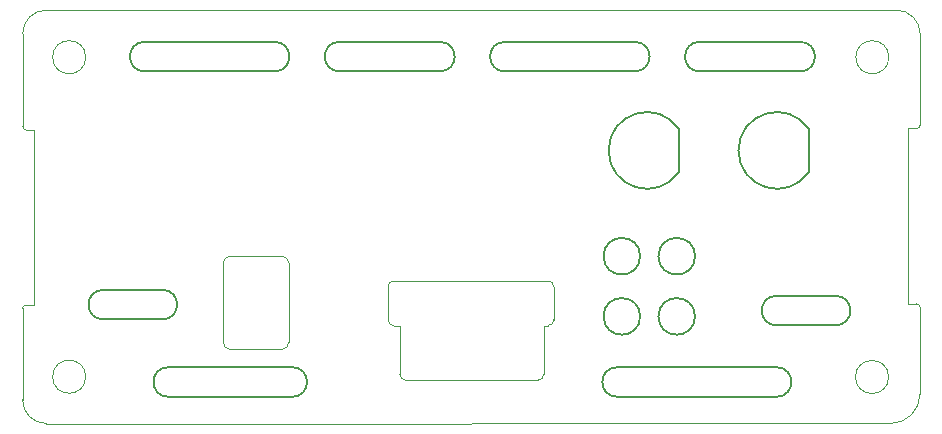
<source format=gko>
G04 #@! TF.GenerationSoftware,KiCad,Pcbnew,(2017-06-07 revision 51bed4bae)-makepkg*
G04 #@! TF.CreationDate,2017-06-10T23:55:19+02:00*
G04 #@! TF.ProjectId,Rear_Panel_76x35,526561725F50616E656C5F3736783335,rev?*
G04 #@! TF.FileFunction,Profile,NP*
%FSLAX46Y46*%
G04 Gerber Fmt 4.6, Leading zero omitted, Abs format (unit mm)*
G04 Created by KiCad (PCBNEW (2017-06-07 revision 51bed4bae)-makepkg) date 06/10/17 23:55:19*
%MOMM*%
%LPD*%
G01*
G04 APERTURE LIST*
%ADD10C,0.150000*%
%ADD11C,0.020000*%
%ADD12C,0.170000*%
%ADD13C,0.100000*%
G04 APERTURE END LIST*
D10*
D11*
X-14701Y-33043371D02*
G75*
G03X1985299Y-35043371I2000000J0D01*
G01*
X75975299Y-2043371D02*
G75*
G03X73975299Y-43371I-2000000J0D01*
G01*
X1985298Y-43371D02*
G75*
G03X-14701Y-2043372I1J-2000000D01*
G01*
X5330299Y-4028371D02*
G75*
G03X5330299Y-4028371I-1400000J0D01*
G01*
X5330299Y-31078371D02*
G75*
G03X5330299Y-31078371I-1400000J0D01*
G01*
X75975299Y-25203371D02*
G75*
G03X75675299Y-24903371I-300000J0D01*
G01*
X75675299Y-10063371D02*
G75*
G03X75975299Y-9763371I0J300000D01*
G01*
X-14701Y-9863371D02*
G75*
G03X285299Y-10163371I300000J0D01*
G01*
X285299Y-25003371D02*
G75*
G03X-14701Y-25303371I0J-300000D01*
G01*
X-14701Y-2043371D02*
X-14701Y-9863371D01*
X-14701Y-25303371D02*
X-14701Y-33043371D01*
X75975299Y-25203371D02*
X75975299Y-32543371D01*
X75975299Y-2043371D02*
X75975299Y-9763371D01*
X74985298Y-10063371D02*
X75675299Y-10063371D01*
X74985299Y-24903371D02*
X74985298Y-10063371D01*
X74985299Y-24903371D02*
X75675299Y-24903371D01*
X975299Y-10163371D02*
X975299Y-25003371D01*
X975299Y-10163371D02*
X285299Y-10163371D01*
X975299Y-25003371D02*
X285299Y-25003371D01*
X73330299Y-4028371D02*
G75*
G03X73330299Y-4028371I-1400000J0D01*
G01*
X75975299Y-32543371D02*
G75*
G02X73485299Y-35033371I-2490000J0D01*
G01*
X73485299Y-35033371D02*
X1985299Y-35043371D01*
X1985299Y-43371D02*
X73975299Y-43371D01*
D12*
X65821300Y-5226531D02*
G75*
G03X65821300Y-2726531I0J1250000D01*
G01*
X51821300Y-5226531D02*
G75*
G03X51821300Y-2726531I0J1250000D01*
G01*
X35321300Y-5226531D02*
G75*
G03X35321300Y-2726531I0J1250000D01*
G01*
X21321300Y-5226531D02*
G75*
G03X21321300Y-2726531I0J1250000D01*
G01*
X11821300Y-26226531D02*
G75*
G03X11821300Y-23726531I0J1250000D01*
G01*
X22821300Y-32776531D02*
G75*
G03X22821300Y-30276531I0J1250000D01*
G01*
X63821300Y-32776531D02*
G75*
G03X63821300Y-30276531I0J1250000D01*
G01*
X57321300Y-2726531D02*
G75*
G03X57321300Y-5226531I0J-1250000D01*
G01*
X40821300Y-2726531D02*
G75*
G03X40821300Y-5226531I0J-1250000D01*
G01*
X26821300Y-2726531D02*
G75*
G03X26821300Y-5226531I0J-1250000D01*
G01*
X10321300Y-2726531D02*
G75*
G03X10321300Y-5226531I0J-1250000D01*
G01*
X6821300Y-23726531D02*
G75*
G03X6821300Y-26226531I0J-1250000D01*
G01*
X12321300Y-30276531D02*
G75*
G03X12321300Y-32776531I0J-1250000D01*
G01*
X50321300Y-30276531D02*
G75*
G03X50321300Y-32776531I0J-1250000D01*
G01*
X63821300Y-24226531D02*
G75*
G03X63821300Y-26726531I0J-1250000D01*
G01*
X65821300Y-5226531D02*
X57321300Y-5226531D01*
X40821300Y-2726531D02*
X51821300Y-2726531D01*
X51821300Y-5226531D02*
X40821300Y-5226531D01*
X57321300Y-2726531D02*
X65821300Y-2726531D01*
X22821300Y-30276531D02*
X12321300Y-30276531D01*
X12321300Y-32776531D02*
X22821300Y-32776531D01*
X10321300Y-2726531D02*
X21321300Y-2726531D01*
X21321300Y-5226531D02*
X10321300Y-5226531D01*
X35321300Y-5226531D02*
X26821300Y-5226531D01*
X26821300Y-2726531D02*
X35321300Y-2726531D01*
X11821300Y-23726531D02*
X6821300Y-23726531D01*
X11821300Y-26226531D02*
X11821300Y-26226531D01*
X6821300Y-26226531D02*
X11821300Y-26226531D01*
X50321300Y-32776531D02*
X63821300Y-32776531D01*
X63821300Y-30276531D02*
X50321300Y-30276531D01*
X63821300Y-26726531D02*
X63821300Y-26726531D01*
X68821300Y-26726531D02*
X63821300Y-26726531D01*
X63821300Y-24226531D02*
X68821300Y-24226531D01*
X68821300Y-26726531D02*
G75*
G03X68821300Y-24226531I0J1250000D01*
G01*
X52271300Y-20876531D02*
G75*
G03X52271300Y-20876531I-1550000J0D01*
G01*
X56921300Y-20876531D02*
G75*
G03X56921300Y-20876531I-1550000J0D01*
G01*
X52271300Y-25970151D02*
G75*
G03X52271300Y-25970151I-1550000J0D01*
G01*
X56920544Y-25970151D02*
G75*
G03X56920544Y-25970151I-1550000J0D01*
G01*
D13*
X43621154Y-31370151D02*
X32421154Y-31370151D01*
X43621154Y-31370151D02*
G75*
G03X44121154Y-30870151I0J500000D01*
G01*
X44121154Y-26750151D02*
X44121154Y-30870151D01*
X17571154Y-28770151D02*
X21921154Y-28770151D01*
X21921154Y-28768997D02*
G75*
G03X22520000Y-28170000I0J598846D01*
G01*
X22521154Y-21470151D02*
X22521154Y-28170151D01*
X22521370Y-21470151D02*
G75*
G03X21930000Y-20870000I-600216J0D01*
G01*
X21921154Y-20870151D02*
X17571154Y-20870151D01*
X17571154Y-20868997D02*
G75*
G03X16970000Y-21470000I0J-601154D01*
G01*
X16971154Y-21470151D02*
X16971154Y-28170151D01*
X16971304Y-28170151D02*
G75*
G03X17570000Y-28770000I599850J0D01*
G01*
X31921154Y-30870151D02*
G75*
G03X32421154Y-31370151I500000J0D01*
G01*
X31921154Y-26750151D02*
X31921154Y-30870151D01*
X44121154Y-26750151D02*
X44471154Y-26750151D01*
X31921154Y-26750151D02*
X31421154Y-26750151D01*
X44471154Y-26750151D02*
G75*
G03X44971154Y-26250151I0J500000D01*
G01*
X44971154Y-23470151D02*
X44971154Y-26250151D01*
X30921154Y-26250151D02*
G75*
G03X31421154Y-26750151I500000J0D01*
G01*
X30921154Y-23470151D02*
X30921154Y-26250151D01*
X31421154Y-22970151D02*
G75*
G03X30921154Y-23470151I0J-500000D01*
G01*
X44471154Y-22970151D02*
X31421154Y-22970151D01*
X44971154Y-23470151D02*
G75*
G03X44471154Y-22970151I-500000J0D01*
G01*
D11*
X73305927Y-31102235D02*
G75*
G03X73305927Y-31102235I-1400000J0D01*
G01*
D10*
X55550000Y-13730000D02*
G75*
G02X55550000Y-10110000I-2700000J1810000D01*
G01*
X55550000Y-10110000D02*
X55550000Y-13730000D01*
X66550000Y-10110000D02*
X66550000Y-13730000D01*
X66550000Y-13730000D02*
G75*
G02X66550000Y-10110000I-2700000J1810000D01*
G01*
M02*

</source>
